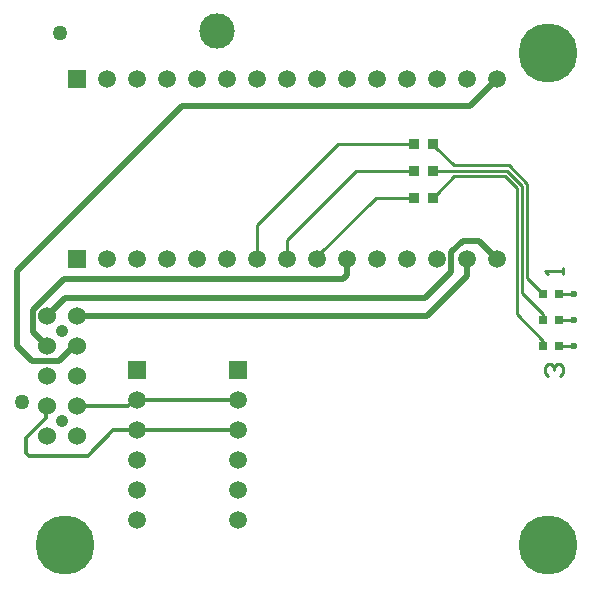
<source format=gbr>
%TF.GenerationSoftware,Altium Limited,Altium Designer,20.2.5 (213)*%
G04 Layer_Physical_Order=1*
G04 Layer_Color=255*
%FSLAX25Y25*%
%MOIN*%
%TF.SameCoordinates,03ADE540-DEBB-48E1-BD2F-024036EB756D*%
%TF.FilePolarity,Positive*%
%TF.FileFunction,Copper,L1,Top,Signal*%
%TF.Part,Single*%
G01*
G75*
%TA.AperFunction,SMDPad,CuDef*%
%ADD10R,0.03150X0.02756*%
%ADD11R,0.03347X0.03543*%
%TA.AperFunction,Conductor*%
%ADD12C,0.01000*%
%ADD13C,0.02000*%
%ADD14C,0.01400*%
%TA.AperFunction,NonConductor*%
%ADD15C,0.01000*%
%TA.AperFunction,ComponentPad*%
%ADD16R,0.05906X0.05906*%
%ADD17C,0.05906*%
%ADD18R,0.05906X0.05906*%
%ADD19C,0.06000*%
%TA.AperFunction,ViaPad*%
%ADD20C,0.02362*%
%ADD21C,0.05000*%
%ADD22C,0.04200*%
%ADD23C,0.19685*%
%ADD24C,0.11811*%
D10*
X186059Y102000D02*
D03*
X180941D02*
D03*
X186059Y93250D02*
D03*
X180941D02*
D03*
X186059Y84500D02*
D03*
X180941D02*
D03*
D11*
X144051Y152000D02*
D03*
X137949D02*
D03*
X144051Y143000D02*
D03*
X137949D02*
D03*
X144051Y134000D02*
D03*
X137949D02*
D03*
D12*
X105500Y114500D02*
X125000Y134000D01*
X137949D01*
X85500Y125000D02*
X112500Y152000D01*
X136970D01*
X151192Y144761D02*
X169491D01*
X144551Y151402D02*
X145224Y150728D01*
X145224D01*
X151192Y144761D01*
X151212Y141161D02*
X168000D01*
X144051Y134000D02*
Y134098D01*
X145224Y135272D01*
X145323D01*
X151212Y141161D01*
X85500Y113500D02*
Y125000D01*
X95500Y113500D02*
Y120000D01*
X118461Y142961D02*
X137949D01*
X95500Y120000D02*
X118461Y142961D01*
X105500Y113500D02*
Y114500D01*
X186059Y102000D02*
X191000D01*
X186059Y84500D02*
X191000D01*
X186059Y93250D02*
X191000D01*
X180941Y84500D02*
Y86378D01*
X172000Y95319D02*
X180941Y86378D01*
X172000Y95319D02*
Y137161D01*
X180941Y93250D02*
Y95128D01*
X173800Y102269D02*
X180941Y95128D01*
X173800Y102269D02*
Y137906D01*
X175600Y107341D02*
X180941Y102000D01*
X175600Y107341D02*
Y138652D01*
X169491Y144761D02*
X175600Y138652D01*
X168746Y142961D02*
X173800Y137906D01*
X144051Y142961D02*
X168746D01*
X168000Y141161D02*
X172000Y137161D01*
D13*
X21500Y100500D02*
X141500D01*
X15500Y94500D02*
X21500Y100500D01*
X141500D02*
X150253Y109253D01*
X142000Y94500D02*
X155500Y108000D01*
X25500Y94500D02*
X142000D01*
X5500Y84500D02*
X10500Y79500D01*
X19500D01*
X5500Y84500D02*
Y109500D01*
X60500Y164500D02*
X156500D01*
X165500Y173500D01*
X5500Y109500D02*
X60500Y164500D01*
X10700Y96488D02*
X21212Y107000D01*
X10700Y89300D02*
Y96488D01*
Y89300D02*
X15500Y84500D01*
X24500D02*
X25500D01*
X19500Y79500D02*
X24500Y84500D01*
X21212Y107000D02*
X114238D01*
X115410Y108172D01*
Y113410D01*
X115500Y113500D01*
X155500Y108000D02*
Y113500D01*
X150253Y109253D02*
Y115753D01*
X154000Y119500D01*
X159500D02*
X165500Y113500D01*
X154000Y119500D02*
X159500D01*
D14*
X15086Y64086D02*
X15500Y64500D01*
X15086Y60586D02*
Y64086D01*
X8500Y54000D02*
X15086Y60586D01*
X8500Y49000D02*
Y54000D01*
Y49000D02*
X9500Y48000D01*
X29000D01*
X37500Y56500D02*
X45500D01*
X29000Y48000D02*
X37500Y56500D01*
X42461Y64500D02*
X44462Y66500D01*
X45500D01*
X25500Y64500D02*
X42461D01*
X45500Y56500D02*
X79000D01*
X45500Y66500D02*
X79000D01*
D15*
X182501Y74501D02*
X181501Y75500D01*
Y77500D01*
X182501Y78499D01*
X183500D01*
X184500Y77500D01*
Y76500D01*
Y77500D01*
X185500Y78499D01*
X186499D01*
X187499Y77500D01*
Y75500D01*
X186499Y74501D01*
X187499Y108500D02*
Y110500D01*
Y109500D01*
X181501D01*
X182501Y108500D01*
D16*
X25500Y113500D02*
D03*
Y173500D02*
D03*
D17*
X35500Y113500D02*
D03*
X45500D02*
D03*
X55500D02*
D03*
X65500D02*
D03*
X75500D02*
D03*
X85500D02*
D03*
X95500D02*
D03*
X105500D02*
D03*
X115500D02*
D03*
X125500D02*
D03*
X135500D02*
D03*
X145500D02*
D03*
X155500D02*
D03*
X165500D02*
D03*
Y173500D02*
D03*
X155500D02*
D03*
X145500D02*
D03*
X135500D02*
D03*
X125500D02*
D03*
X115500D02*
D03*
X105500D02*
D03*
X95500D02*
D03*
X85500D02*
D03*
X75500D02*
D03*
X65500D02*
D03*
X55500D02*
D03*
X45500D02*
D03*
X35500D02*
D03*
X45500Y66500D02*
D03*
Y56500D02*
D03*
Y46500D02*
D03*
Y36500D02*
D03*
Y26500D02*
D03*
X79000Y66500D02*
D03*
Y56500D02*
D03*
Y46500D02*
D03*
Y36500D02*
D03*
Y26500D02*
D03*
D18*
X45500Y76500D02*
D03*
X79000D02*
D03*
D19*
X25500Y54500D02*
D03*
X15500Y54500D02*
D03*
Y64500D02*
D03*
X25500D02*
D03*
Y74500D02*
D03*
X15500D02*
D03*
Y84500D02*
D03*
X25500D02*
D03*
Y94500D02*
D03*
X15500D02*
D03*
D20*
X191000Y102000D02*
D03*
Y84500D02*
D03*
Y93250D02*
D03*
D21*
X7000Y66000D02*
D03*
X19876Y188898D02*
D03*
D22*
X20500Y59500D02*
D03*
Y89500D02*
D03*
D23*
X21390Y18098D02*
D03*
X182390D02*
D03*
Y182098D02*
D03*
D24*
X72000Y189500D02*
D03*
%TF.MD5,ef9a134bdec061659ce5421bf8aebd17*%
M02*

</source>
